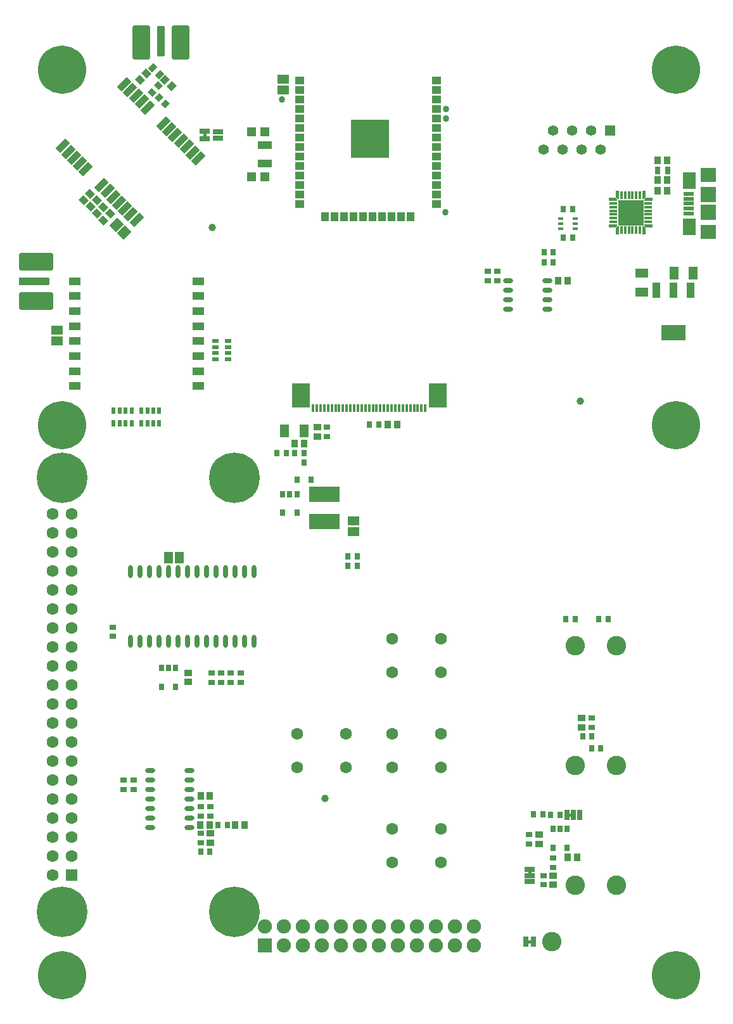
<source format=gts>
G04 Layer_Color=8388736*
%FSLAX25Y25*%
%MOIN*%
G70*
G01*
G75*
%ADD59C,0.03937*%
%ADD66C,0.01500*%
%ADD101R,0.04409X0.01654*%
%ADD102R,0.01654X0.04409*%
%ADD103R,0.13465X0.13465*%
%ADD104O,0.05321X0.02565*%
%ADD105R,0.02368X0.03550*%
%ADD106R,0.03550X0.02368*%
G04:AMPARAMS|DCode=107|XSize=39.43mil|YSize=35.5mil|CornerRadius=0mil|HoleSize=0mil|Usage=FLASHONLY|Rotation=135.000|XOffset=0mil|YOffset=0mil|HoleType=Round|Shape=Rectangle|*
%AMROTATEDRECTD107*
4,1,4,0.02649,-0.00139,0.00139,-0.02649,-0.02649,0.00139,-0.00139,0.02649,0.02649,-0.00139,0.0*
%
%ADD107ROTATEDRECTD107*%

%ADD108R,0.02900X0.05400*%
%ADD109R,0.05400X0.02900*%
G04:AMPARAMS|DCode=110|XSize=74.87mil|YSize=35.5mil|CornerRadius=0mil|HoleSize=0mil|Usage=FLASHONLY|Rotation=45.000|XOffset=0mil|YOffset=0mil|HoleType=Round|Shape=Rectangle|*
%AMROTATEDRECTD110*
4,1,4,-0.01392,-0.03902,-0.03902,-0.01392,0.01392,0.03902,0.03902,0.01392,-0.01392,-0.03902,0.0*
%
%ADD110ROTATEDRECTD110*%

%ADD111R,0.06305X0.04337*%
%ADD112R,0.04731X0.05912*%
%ADD113R,0.03550X0.03943*%
%ADD114R,0.04731X0.07093*%
%ADD115R,0.01339X0.04488*%
%ADD116R,0.09455X0.12605*%
%ADD117R,0.03156X0.03747*%
%ADD118O,0.02565X0.06896*%
%ADD119R,0.02565X0.03550*%
%ADD120R,0.16148X0.08274*%
%ADD121R,0.02959X0.03353*%
%ADD122R,0.03747X0.03156*%
%ADD123R,0.05912X0.04731*%
%ADD124R,0.03943X0.03550*%
G04:AMPARAMS|DCode=125|XSize=37.47mil|YSize=31.56mil|CornerRadius=0mil|HoleSize=0mil|Usage=FLASHONLY|Rotation=135.000|XOffset=0mil|YOffset=0mil|HoleType=Round|Shape=Rectangle|*
%AMROTATEDRECTD125*
4,1,4,0.02440,-0.00209,0.00209,-0.02440,-0.02440,0.00209,-0.00209,0.02440,0.02440,-0.00209,0.0*
%
%ADD125ROTATEDRECTD125*%

G04:AMPARAMS|DCode=126|XSize=37.47mil|YSize=31.56mil|CornerRadius=0mil|HoleSize=0mil|Usage=FLASHONLY|Rotation=45.000|XOffset=0mil|YOffset=0mil|HoleType=Round|Shape=Rectangle|*
%AMROTATEDRECTD126*
4,1,4,-0.00209,-0.02440,-0.02440,-0.00209,0.00209,0.02440,0.02440,0.00209,-0.00209,-0.02440,0.0*
%
%ADD126ROTATEDRECTD126*%

G04:AMPARAMS|DCode=127|XSize=38.65mil|YSize=30.38mil|CornerRadius=0mil|HoleSize=0mil|Usage=FLASHONLY|Rotation=225.000|XOffset=0mil|YOffset=0mil|HoleType=Round|Shape=Rectangle|*
%AMROTATEDRECTD127*
4,1,4,0.00292,0.02440,0.02440,0.00292,-0.00292,-0.02440,-0.02440,-0.00292,0.00292,0.02440,0.0*
%
%ADD127ROTATEDRECTD127*%

G04:AMPARAMS|DCode=128|XSize=38.65mil|YSize=34.31mil|CornerRadius=0mil|HoleSize=0mil|Usage=FLASHONLY|Rotation=135.000|XOffset=0mil|YOffset=0mil|HoleType=Round|Shape=Rectangle|*
%AMROTATEDRECTD128*
4,1,4,0.02580,-0.00153,0.00153,-0.02580,-0.02580,0.00153,-0.00153,0.02580,0.02580,-0.00153,0.0*
%
%ADD128ROTATEDRECTD128*%

G04:AMPARAMS|DCode=129|XSize=39.43mil|YSize=35.5mil|CornerRadius=0mil|HoleSize=0mil|Usage=FLASHONLY|Rotation=225.000|XOffset=0mil|YOffset=0mil|HoleType=Round|Shape=Rectangle|*
%AMROTATEDRECTD129*
4,1,4,0.00139,0.02649,0.02649,0.00139,-0.00139,-0.02649,-0.02649,-0.00139,0.00139,0.02649,0.0*
%
%ADD129ROTATEDRECTD129*%

G04:AMPARAMS|DCode=130|XSize=59.12mil|YSize=47.31mil|CornerRadius=0mil|HoleSize=0mil|Usage=FLASHONLY|Rotation=225.000|XOffset=0mil|YOffset=0mil|HoleType=Round|Shape=Rectangle|*
%AMROTATEDRECTD130*
4,1,4,0.00418,0.03763,0.03763,0.00418,-0.00418,-0.03763,-0.03763,-0.00418,0.00418,0.03763,0.0*
%
%ADD130ROTATEDRECTD130*%

%ADD131R,0.07880X0.07880*%
%ADD132R,0.07880X0.07487*%
%ADD133R,0.06699X0.08668*%
%ADD134R,0.05715X0.01975*%
%ADD135R,0.03077X0.04022*%
%ADD136R,0.03943X0.08077*%
%ADD137R,0.12802X0.08077*%
%ADD138R,0.07093X0.04731*%
%ADD139R,0.07487X0.04337*%
%ADD140C,0.03400*%
%ADD141R,0.04731X0.04731*%
%ADD142R,0.05124X0.03943*%
%ADD143R,0.03943X0.05124*%
%ADD144R,0.20085X0.20085*%
G04:AMPARAMS|DCode=145|XSize=39.37mil|YSize=161.42mil|CornerRadius=3.74mil|HoleSize=0mil|Usage=FLASHONLY|Rotation=180.000|XOffset=0mil|YOffset=0mil|HoleType=Round|Shape=RoundedRectangle|*
%AMROUNDEDRECTD145*
21,1,0.03937,0.15394,0,0,180.0*
21,1,0.03189,0.16142,0,0,180.0*
1,1,0.00748,-0.01595,0.07697*
1,1,0.00748,0.01595,0.07697*
1,1,0.00748,0.01595,-0.07697*
1,1,0.00748,-0.01595,-0.07697*
%
%ADD145ROUNDEDRECTD145*%
G04:AMPARAMS|DCode=146|XSize=39.37mil|YSize=161.42mil|CornerRadius=3.74mil|HoleSize=0mil|Usage=FLASHONLY|Rotation=270.000|XOffset=0mil|YOffset=0mil|HoleType=Round|Shape=RoundedRectangle|*
%AMROUNDEDRECTD146*
21,1,0.03937,0.15394,0,0,270.0*
21,1,0.03189,0.16142,0,0,270.0*
1,1,0.00748,-0.07697,-0.01595*
1,1,0.00748,-0.07697,0.01595*
1,1,0.00748,0.07697,0.01595*
1,1,0.00748,0.07697,-0.01595*
%
%ADD146ROUNDEDRECTD146*%
%ADD147R,0.02762X0.01778*%
%ADD148C,0.00400*%
%ADD149R,0.05518X0.05518*%
%ADD150C,0.05518*%
%ADD151C,0.10243*%
%ADD152R,0.07487X0.07487*%
%ADD153C,0.07487*%
%ADD154C,0.25400*%
%ADD155C,0.06305*%
%ADD156R,0.06305X0.06305*%
%ADD157C,0.26575*%
G04:AMPARAMS|DCode=158|XSize=90.55mil|YSize=177.16mil|CornerRadius=6.3mil|HoleSize=0mil|Usage=FLASHONLY|Rotation=180.000|XOffset=0mil|YOffset=0mil|HoleType=Round|Shape=RoundedRectangle|*
%AMROUNDEDRECTD158*
21,1,0.09055,0.16457,0,0,180.0*
21,1,0.07795,0.17716,0,0,180.0*
1,1,0.01260,-0.03898,0.08228*
1,1,0.01260,0.03898,0.08228*
1,1,0.01260,0.03898,-0.08228*
1,1,0.01260,-0.03898,-0.08228*
%
%ADD158ROUNDEDRECTD158*%
G04:AMPARAMS|DCode=159|XSize=90.55mil|YSize=177.16mil|CornerRadius=6.3mil|HoleSize=0mil|Usage=FLASHONLY|Rotation=270.000|XOffset=0mil|YOffset=0mil|HoleType=Round|Shape=RoundedRectangle|*
%AMROUNDEDRECTD159*
21,1,0.09055,0.16457,0,0,270.0*
21,1,0.07795,0.17716,0,0,270.0*
1,1,0.01260,-0.08228,-0.03898*
1,1,0.01260,-0.08228,0.03898*
1,1,0.01260,0.08228,0.03898*
1,1,0.01260,0.08228,-0.03898*
%
%ADD159ROUNDEDRECTD159*%
G36*
X130566Y156318D02*
X129642Y155393D01*
X126158Y155392D01*
Y157046D01*
X130568D01*
X130566Y156318D01*
D02*
G37*
G36*
X149072Y155392D02*
X145588Y155393D01*
X144664Y156318D01*
X144662Y157046D01*
X149072D01*
Y155392D01*
D02*
G37*
G36*
X131552Y151652D02*
X129898D01*
X129899Y155136D01*
X130824Y156060D01*
X131552Y156061D01*
Y151652D01*
D02*
G37*
G36*
X144405Y156060D02*
X145331Y155136D01*
X145332Y151652D01*
X143678D01*
Y156061D01*
X144405Y156060D01*
D02*
G37*
G36*
X131552Y170156D02*
X130824Y170158D01*
X129899Y171082D01*
X129898Y174565D01*
X131552D01*
Y170156D01*
D02*
G37*
G36*
X145331Y171082D02*
X144405Y170158D01*
X143678Y170156D01*
Y174565D01*
X145332D01*
X145331Y171082D01*
D02*
G37*
G36*
X129642Y170825D02*
X130566Y169899D01*
X130568Y169172D01*
X126158D01*
Y170826D01*
X129642Y170825D01*
D02*
G37*
G36*
X149072Y169172D02*
X144662D01*
X144664Y169899D01*
X145588Y170825D01*
X149072Y170826D01*
Y169172D01*
D02*
G37*
D59*
X-23056Y-145084D02*
D03*
X111171Y63991D02*
D03*
X-82615Y155396D02*
D03*
D66*
X104374Y-153759D02*
X107374D01*
X-86544Y202459D02*
Y205459D01*
X83069Y-220472D02*
X86069D01*
X84285Y-185566D02*
Y-182566D01*
D101*
X128363Y158187D02*
D03*
X146867D02*
D03*
Y160156D02*
D03*
Y162125D02*
D03*
Y164093D02*
D03*
Y166062D02*
D03*
Y168030D02*
D03*
X128363D02*
D03*
Y166062D02*
D03*
Y164093D02*
D03*
Y162125D02*
D03*
Y160156D02*
D03*
D102*
X132694Y153857D02*
D03*
X134662D02*
D03*
X136631D02*
D03*
X138599D02*
D03*
X140568D02*
D03*
X142536D02*
D03*
Y172361D02*
D03*
X140568D02*
D03*
X138599D02*
D03*
X136631D02*
D03*
X134662D02*
D03*
X132694D02*
D03*
D103*
X137615Y163109D02*
D03*
D104*
X73129Y127338D02*
D03*
Y122337D02*
D03*
Y117338D02*
D03*
Y112338D02*
D03*
X93798Y127338D02*
D03*
Y122337D02*
D03*
Y117338D02*
D03*
Y112338D02*
D03*
X-94683Y-160240D02*
D03*
Y-155240D02*
D03*
Y-150240D02*
D03*
Y-145240D02*
D03*
Y-140240D02*
D03*
Y-135240D02*
D03*
Y-130240D02*
D03*
X-115352Y-160240D02*
D03*
Y-155240D02*
D03*
Y-150240D02*
D03*
Y-145240D02*
D03*
Y-140240D02*
D03*
Y-135240D02*
D03*
Y-130240D02*
D03*
D105*
X-119841Y52296D02*
D03*
X-116691D02*
D03*
X-113542D02*
D03*
X-110392D02*
D03*
X-119841Y58988D02*
D03*
X-116691D02*
D03*
X-113542D02*
D03*
X-110392D02*
D03*
X-134399Y52296D02*
D03*
X-131249D02*
D03*
X-128099D02*
D03*
X-124950D02*
D03*
X-134399Y58988D02*
D03*
X-131249D02*
D03*
X-128099D02*
D03*
X-124950D02*
D03*
D106*
X-80800Y95489D02*
D03*
Y92339D02*
D03*
Y89189D02*
D03*
Y86040D02*
D03*
X-74107Y95489D02*
D03*
Y92339D02*
D03*
Y89189D02*
D03*
Y86040D02*
D03*
D107*
X-120629Y232804D02*
D03*
X-117149Y236284D02*
D03*
D108*
X104249Y-153759D02*
D03*
X107449D02*
D03*
X110649D02*
D03*
X82569Y-220472D02*
D03*
X86569D02*
D03*
D109*
X-86544Y205959D02*
D03*
Y201959D02*
D03*
X-79711Y202187D02*
D03*
Y205731D02*
D03*
X84285Y-188841D02*
D03*
Y-185641D02*
D03*
Y-182441D02*
D03*
D110*
X-89823Y191696D02*
D03*
X-92885Y194758D02*
D03*
X-95947Y197821D02*
D03*
X-99010Y200883D02*
D03*
X-102072Y203945D02*
D03*
X-105134Y207007D02*
D03*
X-108196Y210070D02*
D03*
X-116548Y218421D02*
D03*
X-119610Y221484D02*
D03*
X-122673Y224546D02*
D03*
X-125735Y227608D02*
D03*
X-128797Y230670D02*
D03*
X-161324Y198143D02*
D03*
X-158262Y195081D02*
D03*
X-155200Y192019D02*
D03*
X-152137Y188957D02*
D03*
X-149075Y185895D02*
D03*
X-140723Y177543D02*
D03*
X-137661Y174480D02*
D03*
X-134599Y171418D02*
D03*
X-131536Y168356D02*
D03*
X-128474Y165294D02*
D03*
X-125412Y162231D02*
D03*
X-122350Y159169D02*
D03*
D111*
X-89820Y71891D02*
D03*
Y79765D02*
D03*
Y87639D02*
D03*
Y95513D02*
D03*
Y103387D02*
D03*
Y111261D02*
D03*
Y119135D02*
D03*
Y127009D02*
D03*
X-154780Y71891D02*
D03*
Y79765D02*
D03*
Y87639D02*
D03*
Y95513D02*
D03*
Y103387D02*
D03*
Y111261D02*
D03*
Y119135D02*
D03*
Y127009D02*
D03*
D112*
X-105404Y-18245D02*
D03*
X-99892D02*
D03*
D113*
X14751Y51578D02*
D03*
X9829D02*
D03*
X-39209Y41625D02*
D03*
X-34288D02*
D03*
X-83766Y-143821D02*
D03*
X-88687D02*
D03*
X-88742Y-158898D02*
D03*
X-83821D02*
D03*
X-70448Y-158899D02*
D03*
X-65527D02*
D03*
X109287Y-176031D02*
D03*
X104366D02*
D03*
X156828Y180325D02*
D03*
X151907D02*
D03*
X151907Y190470D02*
D03*
X156828D02*
D03*
Y174559D02*
D03*
X151907D02*
D03*
X104424Y127338D02*
D03*
X99503D02*
D03*
D114*
X-34330Y48377D02*
D03*
X-44567D02*
D03*
X160305Y131193D02*
D03*
X170542D02*
D03*
D115*
X-1968Y60236D02*
D03*
X-3937D02*
D03*
X-5906D02*
D03*
X-7874D02*
D03*
X-9843D02*
D03*
X-11811D02*
D03*
X-13780D02*
D03*
X-15748D02*
D03*
X-17717D02*
D03*
X-19685D02*
D03*
X-21654D02*
D03*
X-23622D02*
D03*
X-25591D02*
D03*
X-27559D02*
D03*
X-29528D02*
D03*
X0D02*
D03*
X1969D02*
D03*
X3937D02*
D03*
X5906D02*
D03*
X7874D02*
D03*
X9843D02*
D03*
X11811D02*
D03*
X13780D02*
D03*
X15748D02*
D03*
X17717D02*
D03*
X19685D02*
D03*
X21654D02*
D03*
X23622D02*
D03*
X25591D02*
D03*
X27559D02*
D03*
X29528D02*
D03*
D116*
X36024Y66929D02*
D03*
X-36024D02*
D03*
D117*
X82Y51578D02*
D03*
X5004D02*
D03*
X-48395Y36478D02*
D03*
X-43473D02*
D03*
X-39236Y36481D02*
D03*
X-34315D02*
D03*
X-83733Y-172896D02*
D03*
X-88654D02*
D03*
X-74648Y-158899D02*
D03*
X-79569D02*
D03*
X100430Y-153565D02*
D03*
X95509D02*
D03*
X91490Y-153537D02*
D03*
X86569D02*
D03*
X117253Y-112249D02*
D03*
X112331D02*
D03*
X117014Y-118609D02*
D03*
X121935D02*
D03*
X120795Y-50666D02*
D03*
X125716D02*
D03*
X108513Y-50741D02*
D03*
X103592D02*
D03*
X92019Y142154D02*
D03*
X96940D02*
D03*
X-6306Y-17595D02*
D03*
X-11228D02*
D03*
X-6306Y-22663D02*
D03*
X-11228D02*
D03*
X92019Y137065D02*
D03*
X96940D02*
D03*
X102029Y164850D02*
D03*
X106951D02*
D03*
X102029Y149802D02*
D03*
X106951D02*
D03*
D118*
X-125605Y-62367D02*
D03*
X-120605D02*
D03*
X-115605D02*
D03*
X-110605D02*
D03*
X-105605D02*
D03*
X-100605D02*
D03*
X-95605D02*
D03*
X-90605D02*
D03*
X-85605D02*
D03*
X-80605D02*
D03*
X-75605D02*
D03*
X-70605D02*
D03*
X-65605D02*
D03*
X-60605D02*
D03*
X-125605Y-25556D02*
D03*
X-120605D02*
D03*
X-115605D02*
D03*
X-110605D02*
D03*
X-105605D02*
D03*
X-100605D02*
D03*
X-95605D02*
D03*
X-90605D02*
D03*
X-85605D02*
D03*
X-80605D02*
D03*
X-75605D02*
D03*
X-70605D02*
D03*
X-65605D02*
D03*
X-60605D02*
D03*
D119*
X-37980Y14997D02*
D03*
X-41721D02*
D03*
X-45461D02*
D03*
Y5154D02*
D03*
X-37980D02*
D03*
X104231Y-161133D02*
D03*
X100491D02*
D03*
X96750D02*
D03*
Y-171172D02*
D03*
X104231D02*
D03*
X-101744Y-76477D02*
D03*
X-105484D02*
D03*
X-109224D02*
D03*
Y-86320D02*
D03*
X-101744D02*
D03*
D120*
X-23599Y15026D02*
D03*
Y459D02*
D03*
D121*
X-38030Y22743D02*
D03*
X-30549D02*
D03*
X-34290Y31601D02*
D03*
D122*
X-22168Y50249D02*
D03*
Y45328D02*
D03*
X-88695Y-168338D02*
D03*
Y-163417D02*
D03*
X-83650Y-154380D02*
D03*
Y-149459D02*
D03*
X-88714Y-154380D02*
D03*
Y-149459D02*
D03*
X83991Y-169114D02*
D03*
Y-164192D02*
D03*
X117170Y-102736D02*
D03*
Y-107658D02*
D03*
X96750Y-181324D02*
D03*
Y-176403D02*
D03*
X91746Y-190506D02*
D03*
Y-185585D02*
D03*
X62416Y127360D02*
D03*
Y132282D02*
D03*
X67518D02*
D03*
Y127360D02*
D03*
X-134895Y-59868D02*
D03*
Y-54946D02*
D03*
X-67695Y-79004D02*
D03*
Y-83925D02*
D03*
X-83040Y-79004D02*
D03*
Y-83925D02*
D03*
X-77925Y-79004D02*
D03*
Y-83925D02*
D03*
X-72810Y-79004D02*
D03*
Y-83925D02*
D03*
X-123936Y-140224D02*
D03*
Y-135302D02*
D03*
X-129149D02*
D03*
Y-140224D02*
D03*
D123*
X-8197Y-4654D02*
D03*
Y858D02*
D03*
X-45143Y233183D02*
D03*
Y227671D02*
D03*
X-164107Y101198D02*
D03*
Y95687D02*
D03*
D124*
X-27206Y45335D02*
D03*
Y50256D02*
D03*
X-83631Y-168338D02*
D03*
Y-163417D02*
D03*
X89491Y-169114D02*
D03*
Y-164192D02*
D03*
X111827Y-102695D02*
D03*
Y-107616D02*
D03*
X96804Y-190536D02*
D03*
Y-185615D02*
D03*
X-95065Y-78938D02*
D03*
Y-83859D02*
D03*
D125*
X-114215Y226447D02*
D03*
X-110735Y229927D02*
D03*
D126*
X-110693Y223609D02*
D03*
X-107213Y220129D02*
D03*
D127*
X-113924Y239414D02*
D03*
X-110222Y235711D02*
D03*
D128*
X-136294Y162488D02*
D03*
X-139719Y159063D02*
D03*
X-139798Y166002D02*
D03*
X-143222Y162578D02*
D03*
X-143270Y169549D02*
D03*
X-146694Y166124D02*
D03*
X-146776Y173055D02*
D03*
X-150200Y169631D02*
D03*
D129*
X-103991Y229514D02*
D03*
X-107471Y232994D02*
D03*
D130*
X-128828Y152655D02*
D03*
X-132725Y156552D02*
D03*
D131*
X178500Y172585D02*
D03*
Y163136D02*
D03*
D132*
Y182821D02*
D03*
Y152900D02*
D03*
D133*
X168461Y155656D02*
D03*
Y180066D02*
D03*
D134*
X167969Y167861D02*
D03*
Y170420D02*
D03*
Y165302D02*
D03*
Y162742D02*
D03*
Y172979D02*
D03*
D135*
X151769Y185397D02*
D03*
X156966D02*
D03*
D136*
X169277Y122252D02*
D03*
X160221D02*
D03*
X151166D02*
D03*
D137*
X160221Y100007D02*
D03*
D138*
X143384Y121168D02*
D03*
Y131404D02*
D03*
D139*
X-54840Y188784D02*
D03*
Y198626D02*
D03*
D140*
X40529Y217501D02*
D03*
Y212610D02*
D03*
X40128Y163138D02*
D03*
X-46049Y222578D02*
D03*
D141*
X-62028Y182039D02*
D03*
X-54942D02*
D03*
X-62029Y205502D02*
D03*
X-54942D02*
D03*
D142*
X-36624Y232560D02*
D03*
Y227560D02*
D03*
Y222560D02*
D03*
Y217560D02*
D03*
Y212560D02*
D03*
Y207560D02*
D03*
Y202560D02*
D03*
Y197560D02*
D03*
Y192560D02*
D03*
Y187560D02*
D03*
Y182560D02*
D03*
Y177560D02*
D03*
Y172560D02*
D03*
Y167560D02*
D03*
X35376D02*
D03*
Y172560D02*
D03*
Y177560D02*
D03*
Y182560D02*
D03*
Y187560D02*
D03*
Y192560D02*
D03*
Y197560D02*
D03*
Y202560D02*
D03*
Y207560D02*
D03*
Y212560D02*
D03*
Y217560D02*
D03*
Y222560D02*
D03*
Y227560D02*
D03*
Y232560D02*
D03*
D143*
X-23124Y161060D02*
D03*
X-18132D02*
D03*
X-13132D02*
D03*
X-8132D02*
D03*
X-3132D02*
D03*
X1868D02*
D03*
X6868D02*
D03*
X11868D02*
D03*
X16868D02*
D03*
X21868D02*
D03*
D144*
X490Y202112D02*
D03*
D145*
X-109500Y253300D02*
D03*
D146*
X-176139Y127000D02*
D03*
D147*
X100652Y159883D02*
D03*
Y157324D02*
D03*
Y154765D02*
D03*
X108329D02*
D03*
Y157324D02*
D03*
Y159883D02*
D03*
D148*
X131904Y231400D02*
D03*
X86896D02*
D03*
X146643Y-109961D02*
D03*
Y-145394D02*
D03*
Y-46969D02*
D03*
Y-82402D02*
D03*
Y-172953D02*
D03*
Y-208386D02*
D03*
D149*
X126896Y206400D02*
D03*
D150*
X121896Y196400D02*
D03*
X116896Y206400D02*
D03*
X111896Y196400D02*
D03*
X106896Y206400D02*
D03*
X101896Y196400D02*
D03*
X96896Y206400D02*
D03*
X91896Y196400D02*
D03*
D151*
X95964Y-220472D02*
D03*
X130108Y-127677D02*
D03*
X108454D02*
D03*
X130108Y-64685D02*
D03*
X108454D02*
D03*
X130108Y-190669D02*
D03*
X108454D02*
D03*
D152*
X-55000Y-222441D02*
D03*
D153*
X-45000D02*
D03*
X-35000D02*
D03*
X-25000D02*
D03*
X-15000D02*
D03*
X-5000D02*
D03*
X5000D02*
D03*
X15000D02*
D03*
X25000D02*
D03*
X35000D02*
D03*
X45000D02*
D03*
X55000D02*
D03*
X-55000Y-212441D02*
D03*
X-45000D02*
D03*
X-35000D02*
D03*
X-25000D02*
D03*
X-15000D02*
D03*
X-5000D02*
D03*
X5000D02*
D03*
X15000D02*
D03*
X25000D02*
D03*
X35000D02*
D03*
X45000D02*
D03*
X55000D02*
D03*
D154*
X-161417Y238189D02*
D03*
X161417D02*
D03*
X-161417Y51181D02*
D03*
X161417D02*
D03*
X-161417Y-238189D02*
D03*
X161417D02*
D03*
D155*
X37795Y-178858D02*
D03*
X12205D02*
D03*
Y-161142D02*
D03*
X37795D02*
D03*
Y-128858D02*
D03*
X12205D02*
D03*
Y-111142D02*
D03*
X37795D02*
D03*
X-37795D02*
D03*
X-12205D02*
D03*
Y-128858D02*
D03*
X-37795D02*
D03*
X37795Y-78858D02*
D03*
X12205D02*
D03*
Y-61142D02*
D03*
X37795D02*
D03*
X-166417Y4449D02*
D03*
Y-5551D02*
D03*
Y-15551D02*
D03*
Y-25551D02*
D03*
Y-35551D02*
D03*
Y-45551D02*
D03*
Y-55551D02*
D03*
Y-65551D02*
D03*
Y-75551D02*
D03*
Y-85551D02*
D03*
Y-95551D02*
D03*
Y-105551D02*
D03*
Y-115551D02*
D03*
Y-125551D02*
D03*
Y-135551D02*
D03*
Y-145551D02*
D03*
Y-155551D02*
D03*
Y-165551D02*
D03*
Y-175551D02*
D03*
Y-185551D02*
D03*
X-156417Y4449D02*
D03*
Y-5551D02*
D03*
Y-15551D02*
D03*
Y-25551D02*
D03*
Y-35551D02*
D03*
Y-45551D02*
D03*
Y-55551D02*
D03*
Y-65551D02*
D03*
Y-75551D02*
D03*
Y-85551D02*
D03*
Y-95551D02*
D03*
Y-105551D02*
D03*
Y-115551D02*
D03*
Y-125551D02*
D03*
Y-135551D02*
D03*
Y-145551D02*
D03*
Y-155551D02*
D03*
Y-165551D02*
D03*
Y-175551D02*
D03*
D156*
Y-185551D02*
D03*
D157*
X-70866Y-204724D02*
D03*
X-161417D02*
D03*
X-70866Y23622D02*
D03*
X-161417D02*
D03*
D158*
X-99264Y252513D02*
D03*
X-119736D02*
D03*
D159*
X-175352Y137236D02*
D03*
Y116764D02*
D03*
M02*

</source>
